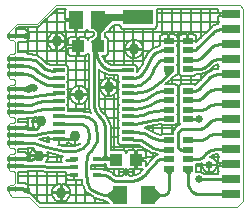
<source format=gtl>
G04 EAGLE Gerber X2 export*
%TF.Part,Single*%
%TF.FileFunction,Other,top copper*%
%TF.FilePolarity,Positive*%
%TF.GenerationSoftware,Autodesk,EAGLE,9.6.2*%
%TF.CreationDate,2020-07-07T11:12:48Z*%
G75*
%MOMM*%
%FSLAX34Y34*%
%LPD*%
%INtop copper*%
%AMOC8*
5,1,8,0,0,1.08239X$1,22.5*%
G01*
%ADD10C,0.000000*%
%ADD11R,0.900000X0.500000*%
%ADD12R,1.270000X1.524000*%
%ADD13R,1.350000X0.450000*%
%ADD14R,2.540000X1.270000*%
%ADD15R,1.300000X1.500000*%
%ADD16R,1.100000X1.000000*%
%ADD17R,0.990600X0.304800*%
%ADD18R,0.800000X0.350000*%
%ADD19R,1.600000X0.800000*%
%ADD20C,0.454000*%
%ADD21C,0.254000*%
%ADD22C,0.935000*%
%ADD23C,0.290000*%
%ADD24C,0.203200*%
%ADD25C,0.680000*%
%ADD26C,0.609600*%
%ADD27C,0.304800*%


D10*
X0Y-23000D02*
X3000Y-26000D01*
X17000Y-26000D01*
X39750Y136500D02*
X195500Y136500D01*
X39750Y136500D02*
X23750Y120500D01*
X7000Y120500D01*
X0Y113500D01*
X0Y107500D01*
X0Y94000D02*
X0Y75000D01*
X1000Y74000D01*
X4000Y74000D01*
X5000Y73000D01*
X5000Y70000D02*
X4000Y69000D01*
X1000Y69000D01*
X0Y68000D01*
X5000Y70000D02*
X5000Y73000D01*
X0Y68000D02*
X0Y42500D01*
X1000Y41500D01*
X4000Y41500D01*
X5000Y40500D01*
X5000Y37500D02*
X4000Y36500D01*
X1000Y36500D01*
X0Y35500D01*
X5000Y37500D02*
X5000Y40500D01*
X0Y-16500D02*
X0Y-23000D01*
X0Y-3000D02*
X0Y9500D01*
X0Y16500D02*
X0Y35500D01*
X0Y-3000D02*
X1000Y-4000D01*
X4000Y-4000D02*
X5000Y-5000D01*
X4000Y-4000D02*
X1000Y-4000D01*
X5000Y-5000D02*
X5000Y-14500D01*
X4000Y-15500D01*
X1000Y-15500D01*
X0Y-16500D01*
X1000Y106500D02*
X0Y107500D01*
X1000Y106500D02*
X4000Y106500D01*
X5000Y105500D01*
X5000Y96000D01*
X4000Y95000D01*
X1000Y95000D01*
X0Y94000D01*
X0Y16500D02*
X1000Y15500D01*
X4000Y15500D01*
X5000Y14500D01*
X5000Y11500D01*
X4000Y10500D01*
X1000Y10500D01*
X0Y9500D01*
X17000Y-26000D02*
X25500Y-34500D01*
X193500Y-34500D01*
X198500Y-29500D01*
X198500Y133500D01*
X195500Y136500D01*
D11*
X135500Y106000D03*
X135500Y98000D03*
X135500Y90000D03*
X135500Y82000D03*
X151500Y82000D03*
X151500Y90000D03*
X151500Y98000D03*
X151500Y106000D03*
X135500Y64000D03*
X135500Y56000D03*
X135500Y48000D03*
X135500Y40000D03*
X151500Y40000D03*
X151500Y48000D03*
X151500Y56000D03*
X151500Y64000D03*
X135500Y22000D03*
X135500Y14000D03*
X135500Y6000D03*
X135500Y-2000D03*
X151500Y-2000D03*
X151500Y6000D03*
X151500Y14000D03*
X151500Y22000D03*
D12*
X94000Y-24750D03*
X118000Y-24750D03*
D13*
X6500Y0D03*
X6500Y6500D03*
X6500Y19500D03*
X6500Y26000D03*
X6500Y32500D03*
X6500Y45500D03*
X6500Y52000D03*
X6500Y58500D03*
X6500Y65000D03*
X6500Y78000D03*
X6500Y84500D03*
X6500Y91000D03*
X6500Y-19500D03*
X6500Y110500D03*
D14*
X109650Y125940D03*
D15*
X76000Y124000D03*
X57000Y124000D03*
D16*
X75500Y101500D03*
X58500Y101500D03*
D17*
X42322Y81250D03*
X42322Y74750D03*
X42322Y68250D03*
X42322Y61750D03*
X42322Y55250D03*
X42322Y48750D03*
X42322Y42250D03*
X42322Y35750D03*
X42322Y29250D03*
X42322Y22750D03*
X100678Y22750D03*
X100678Y29250D03*
X100678Y35750D03*
X100678Y42250D03*
X100678Y48750D03*
X100678Y55250D03*
X100678Y61750D03*
X100678Y68250D03*
X100678Y74750D03*
X100678Y81250D03*
D18*
X74750Y-7250D03*
X74750Y5750D03*
X55750Y5750D03*
X55750Y-750D03*
X55750Y-7250D03*
D16*
X91000Y5500D03*
X108000Y5500D03*
D19*
X188100Y128500D03*
X188100Y115800D03*
X188100Y103100D03*
X188100Y90400D03*
X188100Y77700D03*
X188100Y65000D03*
X188100Y52300D03*
X188100Y39600D03*
X188100Y26900D03*
X188100Y14200D03*
X188100Y1500D03*
X188100Y-11200D03*
X188100Y-23900D03*
D20*
X6500Y0D03*
X0Y0D03*
D21*
X6500Y0D02*
X17500Y0D01*
X45500Y-750D02*
X55750Y-750D01*
X45500Y-750D02*
X17500Y0D01*
D20*
X0Y65000D03*
X6500Y65000D03*
X0Y110500D03*
D21*
X3270Y110500D02*
X6500Y110500D01*
D20*
X6500Y110500D03*
X0Y6500D03*
D22*
X44516Y-22388D03*
D20*
X0Y-19500D03*
X6500Y-19500D03*
X6500Y6500D03*
D21*
X0Y6500D01*
X3270Y6500D02*
X6500Y6500D01*
D20*
X6500Y32500D03*
X0Y32500D03*
D22*
X106018Y99112D03*
X59644Y60400D03*
X27644Y37888D03*
X56144Y25750D03*
D21*
X16232Y112512D02*
X11748Y110474D01*
X16232Y112512D02*
X16232Y108436D01*
X11748Y110474D01*
D23*
X143524Y112522D02*
X143524Y100076D01*
D21*
X16218Y-18086D02*
X12284Y-19874D01*
X16218Y-18086D02*
X16218Y-21662D01*
X12284Y-19874D01*
X12284Y6288D02*
X12834Y6538D01*
X16218Y8076D01*
X16218Y5000D01*
X12834Y6538D01*
D24*
X11988Y32446D02*
X16472Y34484D01*
X16472Y30408D01*
X11988Y32446D01*
D21*
X11734Y64958D02*
X19218Y68496D01*
X16218Y63500D01*
X16218Y63420D01*
X11734Y64958D01*
D22*
X40662Y105604D03*
X25644Y8750D03*
D21*
X42322Y22750D02*
X48901Y22750D01*
X49145Y22753D01*
X49388Y22762D01*
X49632Y22776D01*
X49875Y22796D01*
X50117Y22822D01*
X50359Y22854D01*
X50600Y22892D01*
X50839Y22935D01*
X51078Y22984D01*
X51316Y23039D01*
X51552Y23099D01*
X51787Y23165D01*
X52020Y23236D01*
X52251Y23313D01*
X52481Y23396D01*
X52708Y23484D01*
X52933Y23577D01*
X53156Y23676D01*
X53377Y23780D01*
X53595Y23889D01*
X53810Y24003D01*
X54022Y24122D01*
X54232Y24247D01*
X54439Y24376D01*
X54642Y24510D01*
X54843Y24649D01*
X55039Y24793D01*
X55233Y24941D01*
X55423Y25094D01*
X55609Y25252D01*
X55791Y25414D01*
X55969Y25580D01*
X56144Y25750D01*
D24*
X17742Y30908D02*
X16472Y30408D01*
D21*
X21000Y14500D02*
X25644Y8750D01*
X19000Y5000D01*
X24000Y31500D02*
X27644Y37888D01*
X22000Y41500D01*
X20500Y41000D01*
D25*
X21500Y66500D03*
D21*
X16218Y63500D01*
X21500Y66500D02*
X21500Y69000D01*
X19218Y68496D02*
X21500Y66500D01*
X21500Y69000D02*
X19218Y68496D01*
D22*
X84644Y66900D03*
D24*
X20741Y14724D02*
X19670Y13653D01*
X18828Y12393D01*
X18249Y10993D01*
X17953Y9508D01*
X17953Y9109D01*
X25285Y9109D01*
X25285Y8391D01*
X17953Y8391D01*
X17953Y7992D01*
X18249Y6507D01*
X18828Y5107D01*
X19410Y4236D01*
X19323Y4239D01*
X19275Y4286D01*
X17557Y4286D01*
X16266Y4321D01*
X16266Y6391D01*
X11786Y6391D01*
X11786Y6500D01*
X6609Y6500D01*
X6609Y6500D01*
X11786Y6500D01*
X11786Y6609D01*
X16266Y6609D01*
X16266Y9147D01*
X16060Y9914D01*
X15663Y10602D01*
X15102Y11163D01*
X14414Y11560D01*
X13647Y11766D01*
X8016Y11766D01*
X8016Y14214D01*
X8690Y14214D01*
X8710Y14234D01*
X14499Y14234D01*
X15479Y15214D01*
X20900Y15214D01*
X21302Y15099D01*
X20741Y14724D01*
X32460Y5107D02*
X31659Y3908D01*
X32460Y5107D02*
X33039Y6507D01*
X33335Y7992D01*
X33335Y8391D01*
X26003Y8391D01*
X26003Y9109D01*
X33335Y9109D01*
X33335Y9508D01*
X33039Y10993D01*
X32678Y11867D01*
X44269Y8669D01*
X44725Y8214D01*
X45653Y8214D01*
X44714Y7275D01*
X44714Y3725D01*
X44885Y3554D01*
X31659Y3908D01*
X49857Y16786D02*
X55390Y17155D01*
X49857Y16786D02*
X47080Y16786D01*
X41918Y18210D01*
X42322Y18210D01*
X42322Y22750D01*
X42322Y22750D01*
X42322Y18210D01*
X47672Y18210D01*
X48439Y18416D01*
X49127Y18813D01*
X49688Y19374D01*
X50085Y20062D01*
X50269Y20748D01*
X51241Y19776D01*
X52501Y18934D01*
X53901Y18355D01*
X55386Y18059D01*
X55785Y18059D01*
X55785Y25391D01*
X56503Y25391D01*
X56503Y18059D01*
X56902Y18059D01*
X58387Y18355D01*
X59787Y18934D01*
X60655Y19514D01*
X60144Y18852D01*
X55390Y17155D01*
X42322Y22750D02*
X34353Y22750D01*
X42322Y22750D02*
X42322Y22750D01*
X34353Y22750D01*
X34353Y20829D01*
X34507Y20254D01*
X33158Y20627D01*
X26074Y22651D01*
X30437Y23814D01*
X34353Y24526D01*
X34353Y22750D01*
X19953Y38646D02*
X20249Y40131D01*
X19953Y38646D02*
X19953Y38247D01*
X27285Y38247D01*
X27285Y37529D01*
X19953Y37529D01*
X19953Y37130D01*
X20249Y35645D01*
X20828Y34245D01*
X21670Y32985D01*
X22741Y31914D01*
X24001Y31072D01*
X24152Y31010D01*
X21438Y30286D01*
X16266Y30286D01*
X16266Y32391D01*
X11786Y32391D01*
X11786Y32500D01*
X6609Y32500D01*
X6609Y32500D01*
X11786Y32500D01*
X11786Y32609D01*
X16266Y32609D01*
X16266Y35147D01*
X16060Y35914D01*
X15663Y36602D01*
X15102Y37163D01*
X14414Y37560D01*
X13647Y37766D01*
X8016Y37766D01*
X8016Y40214D01*
X8690Y40214D01*
X8710Y40234D01*
X14499Y40234D01*
X15479Y41214D01*
X18549Y41214D01*
X19296Y40865D01*
X20255Y41214D01*
X20697Y41214D01*
X20249Y40131D01*
X65242Y-21720D02*
X65640Y-21965D01*
X65833Y-22390D01*
X67107Y-22867D01*
X72213Y-26010D01*
X72460Y-26505D01*
X73675Y-26910D01*
X74766Y-27581D01*
X75304Y-27452D01*
X78435Y-28496D01*
X78975Y-29036D01*
X80054Y-29036D01*
X81079Y-29377D01*
X81631Y-29101D01*
X84090Y-30986D01*
X84090Y-30986D01*
X84135Y-31021D01*
X84143Y-31076D01*
X84634Y-31435D01*
X84634Y-31484D01*
X26749Y-31484D01*
X18249Y-22984D01*
X16020Y-22984D01*
X16060Y-22914D01*
X16266Y-22147D01*
X16266Y-19609D01*
X11786Y-19609D01*
X11786Y-19500D01*
X6609Y-19500D01*
X6609Y-19500D01*
X11786Y-19500D01*
X11786Y-19391D01*
X16266Y-19391D01*
X16266Y-16853D01*
X16060Y-16086D01*
X15663Y-15398D01*
X15102Y-14837D01*
X14414Y-14440D01*
X13647Y-14234D01*
X8016Y-14234D01*
X8016Y-5286D01*
X8690Y-5286D01*
X8710Y-5266D01*
X14499Y-5266D01*
X15479Y-4286D01*
X17442Y-4286D01*
X43677Y-4989D01*
X43725Y-5036D01*
X45443Y-5036D01*
X47160Y-5082D01*
X47208Y-5036D01*
X48752Y-5036D01*
X48734Y-5103D01*
X48734Y-7250D01*
X55750Y-7250D01*
X55750Y-7250D01*
X48734Y-7250D01*
X48734Y-9397D01*
X48940Y-10164D01*
X49337Y-10852D01*
X49898Y-11413D01*
X50586Y-11810D01*
X51353Y-12016D01*
X55750Y-12016D01*
X55750Y-7250D01*
X55750Y-7250D01*
X55750Y-12016D01*
X60147Y-12016D01*
X60914Y-11810D01*
X61602Y-11413D01*
X61903Y-11112D01*
X62122Y-12968D01*
X61864Y-13657D01*
X62322Y-14665D01*
X62451Y-15764D01*
X63028Y-16220D01*
X64927Y-20396D01*
X65242Y-21720D01*
X44875Y-22029D02*
X44875Y-14697D01*
X44875Y-22029D02*
X44157Y-22029D01*
X44157Y-14697D01*
X43758Y-14697D01*
X42273Y-14993D01*
X40873Y-15572D01*
X39613Y-16414D01*
X38542Y-17485D01*
X37700Y-18745D01*
X37121Y-20145D01*
X36825Y-21630D01*
X36825Y-22029D01*
X44157Y-22029D01*
X44157Y-22747D01*
X36825Y-22747D01*
X36825Y-23146D01*
X37121Y-24631D01*
X37700Y-26031D01*
X38542Y-27291D01*
X39613Y-28362D01*
X40873Y-29204D01*
X42273Y-29783D01*
X43758Y-30079D01*
X44157Y-30079D01*
X44157Y-22747D01*
X44875Y-22747D01*
X44875Y-30079D01*
X45274Y-30079D01*
X46759Y-29783D01*
X48159Y-29204D01*
X49419Y-28362D01*
X50490Y-27291D01*
X51332Y-26031D01*
X51911Y-24631D01*
X52207Y-23146D01*
X52207Y-22747D01*
X44875Y-22747D01*
X44875Y-22029D01*
X52207Y-22029D01*
X52207Y-21630D01*
X51911Y-20145D01*
X51332Y-18745D01*
X50490Y-17485D01*
X49419Y-16414D01*
X48159Y-15572D01*
X46759Y-14993D01*
X45274Y-14697D01*
X44875Y-14697D01*
X42322Y22750D02*
X42322Y22750D01*
X49062Y22750D01*
X49062Y22750D01*
X42322Y22750D01*
X6500Y110609D02*
X6500Y115735D01*
X6500Y115735D01*
X6500Y110609D01*
X6500Y110609D01*
X135734Y105766D02*
X143016Y105766D01*
X135734Y105766D02*
X135734Y106234D01*
X143016Y106234D01*
X143016Y108897D01*
X142810Y109664D01*
X142413Y110352D01*
X141852Y110913D01*
X141164Y111310D01*
X140397Y111516D01*
X135734Y111516D01*
X135734Y106234D01*
X135266Y106234D01*
X135266Y111516D01*
X130603Y111516D01*
X129836Y111310D01*
X129148Y110913D01*
X128587Y110352D01*
X128190Y109664D01*
X127984Y108897D01*
X127984Y106234D01*
X135266Y106234D01*
X135266Y105766D01*
X127984Y105766D01*
X127984Y103103D01*
X128190Y102336D01*
X128218Y102286D01*
X128125Y102286D01*
X127570Y101731D01*
X123482Y100327D01*
X122418Y100325D01*
X121868Y99773D01*
X121131Y99519D01*
X120663Y98563D01*
X118934Y96827D01*
X118354Y96678D01*
X117724Y95612D01*
X116851Y94735D01*
X116852Y94136D01*
X115402Y91682D01*
X114867Y91384D01*
X114530Y90207D01*
X113907Y89152D01*
X114059Y88559D01*
X113540Y86742D01*
X110651Y82037D01*
X108647Y80167D01*
X108647Y84023D01*
X106880Y85790D01*
X94476Y85790D01*
X94222Y85536D01*
X88553Y85536D01*
X86892Y85700D01*
X83821Y86971D01*
X82531Y88031D01*
X81328Y89402D01*
X79508Y92554D01*
X79259Y93484D01*
X82249Y93484D01*
X84016Y95251D01*
X84016Y107749D01*
X82249Y109516D01*
X81270Y109516D01*
X81270Y112479D01*
X82275Y113484D01*
X83749Y113484D01*
X85516Y115251D01*
X85516Y116440D01*
X88952Y119876D01*
X93934Y119876D01*
X93934Y118341D01*
X95701Y116574D01*
X123599Y116574D01*
X125366Y118341D01*
X125366Y133484D01*
X177241Y133484D01*
X177084Y132897D01*
X177084Y129484D01*
X187116Y129484D01*
X187116Y127516D01*
X177084Y127516D01*
X177084Y124103D01*
X177290Y123336D01*
X177687Y122648D01*
X178185Y122150D01*
X177084Y121049D01*
X177084Y120086D01*
X176507Y120086D01*
X172270Y118331D01*
X171903Y117965D01*
X171903Y117965D01*
X159016Y105077D01*
X159016Y105766D01*
X151734Y105766D01*
X151734Y106234D01*
X159016Y106234D01*
X159016Y108897D01*
X158810Y109664D01*
X158413Y110352D01*
X157852Y110913D01*
X157164Y111310D01*
X156397Y111516D01*
X151734Y111516D01*
X151734Y106234D01*
X151266Y106234D01*
X151266Y111516D01*
X146603Y111516D01*
X145836Y111310D01*
X145148Y110913D01*
X144587Y110352D01*
X144190Y109664D01*
X143984Y108897D01*
X143984Y106234D01*
X151266Y106234D01*
X151266Y105766D01*
X143984Y105766D01*
X143984Y103103D01*
X144190Y102336D01*
X144329Y102094D01*
X143984Y101749D01*
X143984Y94251D01*
X144235Y94000D01*
X143984Y93749D01*
X143984Y86251D01*
X144235Y86000D01*
X143984Y85749D01*
X143984Y78251D01*
X145751Y76484D01*
X157249Y76484D01*
X158479Y77714D01*
X162912Y77714D01*
X169507Y80446D01*
X169507Y80446D01*
X170775Y81714D01*
X170775Y81714D01*
X173203Y84142D01*
X173286Y84225D01*
X174310Y85248D01*
X174757Y85616D01*
X175823Y86057D01*
X176400Y86114D01*
X177084Y86114D01*
X177084Y85151D01*
X178185Y84050D01*
X177084Y82949D01*
X177084Y81986D01*
X174167Y81986D01*
X169486Y80047D01*
X169486Y80047D01*
X168950Y79511D01*
X168950Y79511D01*
X158102Y68663D01*
X157249Y69516D01*
X145751Y69516D01*
X143984Y67749D01*
X143984Y60251D01*
X144235Y60000D01*
X143984Y59749D01*
X143984Y52251D01*
X144235Y52000D01*
X143984Y51749D01*
X143984Y44251D01*
X144235Y44000D01*
X143984Y43749D01*
X143984Y36251D01*
X144864Y35370D01*
X141400Y33370D01*
X141400Y33370D01*
X141400Y33370D01*
X138984Y29186D01*
X138984Y27516D01*
X129751Y27516D01*
X128622Y26387D01*
X125996Y27044D01*
X122540Y28772D01*
X117300Y31828D01*
X116635Y32619D01*
X115827Y32688D01*
X115279Y33008D01*
X124099Y34782D01*
X128706Y35529D01*
X129751Y34484D01*
X141249Y34484D01*
X143016Y36251D01*
X143016Y43749D01*
X142765Y44000D01*
X143016Y44251D01*
X143016Y51749D01*
X142765Y52000D01*
X143016Y52251D01*
X143016Y59749D01*
X142765Y60000D01*
X143016Y60251D01*
X143016Y67749D01*
X141249Y69516D01*
X132381Y69516D01*
X134915Y71543D01*
X135694Y71723D01*
X136248Y72609D01*
X137064Y73262D01*
X137152Y74056D01*
X137284Y74268D01*
X137745Y74484D01*
X137817Y74681D01*
X137998Y74785D01*
X138051Y74980D01*
X140227Y76484D01*
X141249Y76484D01*
X143016Y78251D01*
X143016Y81369D01*
X143035Y81476D01*
X143016Y81504D01*
X143016Y85749D01*
X142765Y86000D01*
X143016Y86251D01*
X143016Y93749D01*
X142765Y94000D01*
X143016Y94251D01*
X143016Y101749D01*
X142671Y102094D01*
X142810Y102336D01*
X143016Y103103D01*
X143016Y105766D01*
X106377Y106803D02*
X106377Y99471D01*
X105659Y99471D01*
X105659Y106803D01*
X105260Y106803D01*
X103775Y106507D01*
X102375Y105928D01*
X101115Y105086D01*
X100044Y104015D01*
X99202Y102755D01*
X98623Y101355D01*
X98327Y99870D01*
X98327Y99471D01*
X105659Y99471D01*
X105659Y98753D01*
X98327Y98753D01*
X98327Y98354D01*
X98623Y96869D01*
X99202Y95469D01*
X100044Y94209D01*
X101115Y93138D01*
X102375Y92296D01*
X103775Y91717D01*
X105260Y91421D01*
X105659Y91421D01*
X105659Y98753D01*
X106377Y98753D01*
X106377Y91421D01*
X106776Y91421D01*
X108261Y91717D01*
X109661Y92296D01*
X110921Y93138D01*
X111992Y94209D01*
X112834Y95469D01*
X113413Y96869D01*
X113709Y98354D01*
X113709Y98753D01*
X106377Y98753D01*
X106377Y99471D01*
X113709Y99471D01*
X113709Y99870D01*
X113413Y101355D01*
X112834Y102755D01*
X111992Y104015D01*
X110921Y105086D01*
X109661Y105928D01*
X108261Y106507D01*
X106776Y106803D01*
X106377Y106803D01*
X11786Y65000D02*
X11786Y64891D01*
X11786Y65000D02*
X6609Y65000D01*
X6609Y65000D01*
X11786Y65000D01*
X11786Y65109D01*
X15235Y65109D01*
X15278Y64891D01*
X11786Y64891D01*
X89916Y-7786D02*
X90832Y-8165D01*
X89916Y-7786D02*
X89531Y-7469D01*
X88275Y-6214D01*
X88275Y-6214D01*
X87367Y-5306D01*
X87367Y-5306D01*
X81714Y-2964D01*
X80479Y-2964D01*
X79999Y-2484D01*
X69786Y-2484D01*
X69786Y984D01*
X79999Y984D01*
X80414Y1399D01*
X80587Y1391D01*
X80667Y1464D01*
X82484Y1464D01*
X82484Y-749D01*
X84251Y-2516D01*
X93584Y-2516D01*
X93331Y-3129D01*
X93084Y-4368D01*
X93084Y-5000D01*
X99500Y-5000D01*
X99500Y-5000D01*
X93084Y-5000D01*
X93084Y-5632D01*
X93331Y-6871D01*
X93814Y-8039D01*
X93931Y-8214D01*
X91328Y-8214D01*
X90832Y-8165D01*
X105669Y-6871D02*
X105916Y-5632D01*
X105916Y-5000D01*
X99500Y-5000D01*
X99500Y-5000D01*
X105916Y-5000D01*
X105916Y-4368D01*
X105669Y-3129D01*
X105416Y-2516D01*
X106984Y-2516D01*
X106984Y4484D01*
X109016Y4484D01*
X109016Y-2516D01*
X113897Y-2516D01*
X113932Y-2507D01*
X112272Y-4166D01*
X110913Y-5358D01*
X107789Y-7162D01*
X105269Y-7837D01*
X105669Y-6871D01*
X109016Y4484D02*
X116516Y4484D01*
X109016Y4484D02*
X109016Y6516D01*
X116516Y6516D01*
X116516Y10897D01*
X116310Y11664D01*
X115913Y12352D01*
X115352Y12913D01*
X114664Y13310D01*
X113897Y13516D01*
X109016Y13516D01*
X109016Y6516D01*
X106984Y6516D01*
X106984Y13516D01*
X102103Y13516D01*
X101336Y13310D01*
X100648Y12913D01*
X100087Y12352D01*
X99690Y11664D01*
X99516Y11016D01*
X99516Y11749D01*
X97749Y13516D01*
X86286Y13516D01*
X86286Y34177D01*
X83035Y42027D01*
X83035Y42027D01*
X81286Y43775D01*
X81286Y43775D01*
X80717Y44344D01*
X80031Y45031D01*
X80031Y45031D01*
X78547Y46839D01*
X76765Y51140D01*
X76536Y53468D01*
X76536Y81903D01*
X77725Y80714D01*
X77725Y80714D01*
X78873Y79566D01*
X78873Y79566D01*
X85154Y76964D01*
X92709Y76964D01*
X92709Y71977D01*
X93186Y71500D01*
X92709Y71023D01*
X92709Y65477D01*
X93186Y65000D01*
X92709Y64523D01*
X92709Y58977D01*
X93186Y58500D01*
X92709Y58023D01*
X92709Y52477D01*
X93186Y52000D01*
X92709Y51523D01*
X92709Y45977D01*
X93186Y45500D01*
X92709Y45023D01*
X92709Y39477D01*
X93186Y39000D01*
X92709Y38523D01*
X92709Y32977D01*
X93186Y32500D01*
X92709Y32023D01*
X92709Y26477D01*
X93186Y26000D01*
X92709Y25523D01*
X92709Y19977D01*
X94476Y18210D01*
X106880Y18210D01*
X106932Y18262D01*
X108127Y18224D01*
X110479Y17888D01*
X113757Y15802D01*
X113773Y15738D01*
X115247Y14854D01*
X116697Y13931D01*
X116761Y13945D01*
X119376Y12376D01*
X119738Y11773D01*
X120842Y11497D01*
X121817Y10911D01*
X122500Y11082D01*
X126309Y10130D01*
X126474Y9965D01*
X123793Y8854D01*
X123792Y8854D01*
X123575Y8637D01*
X123365Y8619D01*
X122340Y7401D01*
X121214Y6275D01*
X121214Y6064D01*
X116516Y485D01*
X116516Y4484D01*
X85003Y67259D02*
X85003Y74591D01*
X85003Y67259D02*
X84285Y67259D01*
X84285Y74591D01*
X83886Y74591D01*
X82401Y74295D01*
X81001Y73716D01*
X79741Y72874D01*
X78670Y71803D01*
X77828Y70543D01*
X77249Y69143D01*
X76953Y67658D01*
X76953Y67259D01*
X84285Y67259D01*
X84285Y66541D01*
X76953Y66541D01*
X76953Y66142D01*
X77249Y64657D01*
X77828Y63257D01*
X78670Y61997D01*
X79741Y60926D01*
X81001Y60084D01*
X82401Y59505D01*
X83886Y59209D01*
X84285Y59209D01*
X84285Y66541D01*
X85003Y66541D01*
X85003Y59209D01*
X85402Y59209D01*
X86887Y59505D01*
X88287Y60084D01*
X89547Y60926D01*
X90618Y61997D01*
X91460Y63257D01*
X92039Y64657D01*
X92335Y66142D01*
X92335Y66541D01*
X85003Y66541D01*
X85003Y67259D01*
X92335Y67259D01*
X92335Y67658D01*
X92039Y69143D01*
X91460Y70543D01*
X90618Y71803D01*
X89547Y72874D01*
X88287Y73716D01*
X86887Y74295D01*
X85402Y74591D01*
X85003Y74591D01*
X69364Y45492D02*
X68619Y45598D01*
X68003Y46029D01*
X66929Y45840D01*
X63770Y46291D01*
X63525Y46536D01*
X62055Y46536D01*
X60599Y46744D01*
X60321Y46536D01*
X50291Y46536D01*
X50291Y51523D01*
X49814Y52000D01*
X50291Y52477D01*
X50291Y58023D01*
X49814Y58500D01*
X50291Y58977D01*
X50291Y64523D01*
X49814Y65000D01*
X50291Y65477D01*
X50291Y71023D01*
X49814Y71500D01*
X50291Y71977D01*
X50291Y77523D01*
X49814Y78000D01*
X50291Y78477D01*
X50291Y84023D01*
X48524Y85790D01*
X36120Y85790D01*
X35898Y85568D01*
X35609Y85641D01*
X33117Y86353D01*
X30553Y88632D01*
X30533Y88793D01*
X29242Y89797D01*
X28021Y90883D01*
X27858Y90873D01*
X25124Y93000D01*
X24456Y93936D01*
X23775Y94049D01*
X23230Y94473D01*
X22088Y94330D01*
X18059Y95002D01*
X17775Y95286D01*
X16355Y95286D01*
X15304Y95461D01*
X14499Y96266D01*
X8710Y96266D01*
X8690Y96286D01*
X8016Y96286D01*
X8016Y105234D01*
X13647Y105234D01*
X14414Y105440D01*
X15102Y105837D01*
X15663Y106398D01*
X16060Y107086D01*
X16266Y107853D01*
X16266Y110391D01*
X11786Y110391D01*
X11786Y110500D01*
X6609Y110500D01*
X6609Y110500D01*
X11786Y110500D01*
X11786Y110609D01*
X16266Y110609D01*
X16266Y113147D01*
X16060Y113914D01*
X15663Y114602D01*
X15102Y115163D01*
X14414Y115560D01*
X13647Y115766D01*
X7271Y115766D01*
X7196Y115786D01*
X6551Y115786D01*
X8249Y117484D01*
X24999Y117484D01*
X26766Y119251D01*
X40999Y133484D01*
X48219Y133484D01*
X48087Y133352D01*
X47690Y132664D01*
X47484Y131897D01*
X47484Y125016D01*
X55984Y125016D01*
X55984Y122984D01*
X47484Y122984D01*
X47484Y116103D01*
X47690Y115336D01*
X48087Y114648D01*
X48648Y114087D01*
X49336Y113690D01*
X50103Y113484D01*
X55984Y113484D01*
X55984Y122984D01*
X58016Y122984D01*
X58016Y113484D01*
X63897Y113484D01*
X64664Y113690D01*
X65352Y114087D01*
X65913Y114648D01*
X66310Y115336D01*
X66484Y115984D01*
X66484Y115251D01*
X68251Y113484D01*
X71185Y113484D01*
X72190Y112479D01*
X72190Y110881D01*
X70849Y109540D01*
X69619Y109540D01*
X69595Y109516D01*
X68751Y109516D01*
X66984Y107749D01*
X66984Y107016D01*
X66810Y107664D01*
X66413Y108352D01*
X65852Y108913D01*
X65164Y109310D01*
X64397Y109516D01*
X59516Y109516D01*
X59516Y102516D01*
X57484Y102516D01*
X57484Y109516D01*
X52603Y109516D01*
X51836Y109310D01*
X51148Y108913D01*
X50587Y108352D01*
X50190Y107664D01*
X49984Y106897D01*
X49984Y102516D01*
X57484Y102516D01*
X57484Y100484D01*
X49984Y100484D01*
X49984Y96103D01*
X50190Y95336D01*
X50587Y94648D01*
X51148Y94087D01*
X51836Y93690D01*
X52603Y93484D01*
X57484Y93484D01*
X57484Y100484D01*
X59516Y100484D01*
X59516Y93484D01*
X64397Y93484D01*
X65164Y93690D01*
X65852Y94087D01*
X66413Y94648D01*
X66810Y95336D01*
X66984Y95984D01*
X66984Y95251D01*
X67964Y94271D01*
X67964Y49389D01*
X67964Y49389D01*
X69843Y44852D01*
X69364Y45492D01*
X60003Y60759D02*
X60003Y68091D01*
X60003Y60759D02*
X59285Y60759D01*
X59285Y68091D01*
X58886Y68091D01*
X57401Y67795D01*
X56001Y67216D01*
X54741Y66374D01*
X53670Y65303D01*
X52828Y64043D01*
X52249Y62643D01*
X51953Y61158D01*
X51953Y60759D01*
X59285Y60759D01*
X59285Y60041D01*
X51953Y60041D01*
X51953Y59642D01*
X52249Y58157D01*
X52828Y56757D01*
X53670Y55497D01*
X54741Y54426D01*
X56001Y53584D01*
X57401Y53005D01*
X58886Y52709D01*
X59285Y52709D01*
X59285Y60041D01*
X60003Y60041D01*
X60003Y52709D01*
X60402Y52709D01*
X61887Y53005D01*
X63287Y53584D01*
X64547Y54426D01*
X65618Y55497D01*
X66460Y56757D01*
X67039Y58157D01*
X67335Y59642D01*
X67335Y60041D01*
X60003Y60041D01*
X60003Y60759D01*
X67335Y60759D01*
X67335Y61158D01*
X67039Y62643D01*
X66460Y64043D01*
X65618Y65303D01*
X64547Y66374D01*
X63287Y67216D01*
X61887Y67795D01*
X60402Y68091D01*
X60003Y68091D01*
X41021Y105963D02*
X41021Y113295D01*
X41021Y105963D02*
X40303Y105963D01*
X40303Y113295D01*
X39904Y113295D01*
X38419Y112999D01*
X37019Y112420D01*
X35759Y111578D01*
X34688Y110507D01*
X33846Y109247D01*
X33267Y107847D01*
X32971Y106362D01*
X32971Y105963D01*
X40303Y105963D01*
X40303Y105245D01*
X32971Y105245D01*
X32971Y104846D01*
X33267Y103361D01*
X33846Y101961D01*
X34688Y100701D01*
X35759Y99630D01*
X37019Y98788D01*
X38419Y98209D01*
X39904Y97913D01*
X40303Y97913D01*
X40303Y105245D01*
X41021Y105245D01*
X41021Y97913D01*
X41420Y97913D01*
X42905Y98209D01*
X44305Y98788D01*
X45565Y99630D01*
X46636Y100701D01*
X47478Y101961D01*
X48057Y103361D01*
X48353Y104846D01*
X48353Y105245D01*
X41021Y105245D01*
X41021Y105963D01*
X48353Y105963D01*
X48353Y106362D01*
X48057Y107847D01*
X47478Y109247D01*
X46636Y110507D01*
X45565Y111578D01*
X44305Y112420D01*
X42905Y112999D01*
X41420Y113295D01*
X41021Y113295D01*
X164530Y-5665D02*
X165741Y-6875D01*
X164530Y-5665D02*
X162172Y-4688D01*
X159620Y-4688D01*
X159016Y-4938D01*
X159016Y1714D01*
X161782Y1714D01*
X163757Y2532D01*
X163600Y1744D01*
X163600Y1112D01*
X170016Y1112D01*
X170016Y1112D01*
X163600Y1112D01*
X163600Y480D01*
X163847Y-759D01*
X164330Y-1927D01*
X165032Y-2978D01*
X165926Y-3872D01*
X166977Y-4574D01*
X168145Y-5057D01*
X169384Y-5304D01*
X170016Y-5304D01*
X170016Y1112D01*
X170016Y1112D01*
X170016Y-5304D01*
X170648Y-5304D01*
X171887Y-5057D01*
X173055Y-4574D01*
X174106Y-3872D01*
X175000Y-2978D01*
X175702Y-1927D01*
X176185Y-759D01*
X176432Y480D01*
X176432Y1112D01*
X170016Y1112D01*
X170016Y1112D01*
X176432Y1112D01*
X176432Y1744D01*
X176185Y2983D01*
X175702Y4151D01*
X175000Y5202D01*
X174106Y6096D01*
X173055Y6798D01*
X171887Y7281D01*
X170648Y7528D01*
X170089Y7528D01*
X170549Y7988D01*
X171545Y8805D01*
X173917Y9788D01*
X175200Y9914D01*
X177084Y9914D01*
X177084Y8951D01*
X178185Y7850D01*
X177687Y7352D01*
X177290Y6664D01*
X177084Y5897D01*
X177084Y2484D01*
X187116Y2484D01*
X187116Y516D01*
X177084Y516D01*
X177084Y-2897D01*
X177290Y-3664D01*
X177687Y-4352D01*
X178185Y-4850D01*
X177084Y-5951D01*
X177084Y-6914D01*
X169018Y-6914D01*
X165741Y-6875D01*
X37071Y-24384D02*
X19649Y-24384D01*
X44157Y-24384D02*
X44875Y-24384D01*
X51961Y-24384D02*
X69571Y-24384D01*
X39850Y-16256D02*
X16106Y-16256D01*
X44157Y-16256D02*
X44875Y-16256D01*
X49182Y-16256D02*
X63045Y-16256D01*
X48734Y-8128D02*
X8016Y-8128D01*
X55750Y-8128D02*
X55750Y-8128D01*
X90743Y-8128D02*
X93874Y-8128D01*
X82484Y0D02*
X69786Y0D01*
X106984Y0D02*
X109016Y0D01*
X159016Y0D02*
X163695Y0D01*
X170016Y0D02*
X170016Y0D01*
X176336Y0D02*
X177084Y0D01*
X17953Y8128D02*
X16266Y8128D01*
X33335Y8128D02*
X45567Y8128D01*
X106984Y8128D02*
X109016Y8128D01*
X116516Y8128D02*
X122952Y8128D01*
X170720Y8128D02*
X177907Y8128D01*
X113043Y16256D02*
X86286Y16256D01*
X34353Y24384D02*
X33571Y24384D01*
X55785Y24384D02*
X56503Y24384D01*
X86286Y24384D02*
X92709Y24384D01*
X22143Y32512D02*
X11786Y32512D01*
X86286Y32512D02*
X93174Y32512D01*
X116725Y32512D02*
X140904Y32512D01*
X20459Y40640D02*
X14905Y40640D01*
X83609Y40640D02*
X92709Y40640D01*
X143016Y40640D02*
X143984Y40640D01*
X68221Y48768D02*
X50291Y48768D01*
X77748Y48768D02*
X92709Y48768D01*
X143016Y48768D02*
X143984Y48768D01*
X52771Y56896D02*
X50291Y56896D01*
X59285Y56896D02*
X60003Y56896D01*
X66517Y56896D02*
X67964Y56896D01*
X76536Y56896D02*
X92709Y56896D01*
X143016Y56896D02*
X143984Y56896D01*
X15252Y65024D02*
X11786Y65024D01*
X49838Y65024D02*
X53484Y65024D01*
X59285Y65024D02*
X60003Y65024D01*
X65804Y65024D02*
X67964Y65024D01*
X76536Y65024D02*
X77175Y65024D01*
X84285Y65024D02*
X85003Y65024D01*
X92112Y65024D02*
X93162Y65024D01*
X143016Y65024D02*
X143984Y65024D01*
X67964Y73152D02*
X50291Y73152D01*
X76536Y73152D02*
X80157Y73152D01*
X84285Y73152D02*
X85003Y73152D01*
X89131Y73152D02*
X92709Y73152D01*
X136926Y73152D02*
X162591Y73152D01*
X67964Y81280D02*
X50291Y81280D01*
X76536Y81280D02*
X77159Y81280D01*
X108647Y81280D02*
X109840Y81280D01*
X143016Y81280D02*
X143984Y81280D01*
X170341Y81280D02*
X172462Y81280D01*
X67964Y89408D02*
X29742Y89408D01*
X81325Y89408D02*
X114058Y89408D01*
X143016Y89408D02*
X143984Y89408D01*
X49984Y97536D02*
X8016Y97536D01*
X57484Y97536D02*
X59516Y97536D01*
X84016Y97536D02*
X98490Y97536D01*
X105659Y97536D02*
X106377Y97536D01*
X113546Y97536D02*
X119640Y97536D01*
X143016Y97536D02*
X143984Y97536D01*
X40303Y105664D02*
X14803Y105664D01*
X41021Y105664D02*
X49984Y105664D01*
X57484Y105664D02*
X59516Y105664D01*
X84016Y105664D02*
X101980Y105664D01*
X105659Y105664D02*
X106377Y105664D01*
X110056Y105664D02*
X127984Y105664D01*
X143016Y105664D02*
X143984Y105664D01*
X159016Y105664D02*
X159603Y105664D01*
X6500Y113792D02*
X6500Y113792D01*
X16093Y113792D02*
X49158Y113792D01*
X55984Y113792D02*
X58016Y113792D01*
X64842Y113792D02*
X67943Y113792D01*
X84057Y113792D02*
X167731Y113792D01*
X47484Y121920D02*
X29435Y121920D01*
X55984Y121920D02*
X58016Y121920D01*
X125366Y121920D02*
X177955Y121920D01*
X47484Y130048D02*
X37563Y130048D01*
X125366Y130048D02*
X177084Y130048D01*
X8128Y-19500D02*
X8128Y-19500D01*
X8128Y-14234D02*
X8128Y-5286D01*
X8128Y6500D02*
X8128Y6500D01*
X8128Y11766D02*
X8128Y14214D01*
X8128Y32500D02*
X8128Y32500D01*
X8128Y37766D02*
X8128Y40214D01*
X8128Y65000D02*
X8128Y65000D01*
X8128Y96286D02*
X8128Y105234D01*
X8128Y110500D02*
X8128Y110500D01*
X8128Y115766D02*
X8128Y117363D01*
X16256Y-22184D02*
X16256Y-22984D01*
X16256Y-19609D02*
X16256Y-19391D01*
X16256Y-16816D02*
X16256Y-4286D01*
X16256Y6391D02*
X16256Y6609D01*
X16256Y9184D02*
X16256Y15214D01*
X16256Y32391D02*
X16256Y32609D01*
X16256Y35184D02*
X16256Y41214D01*
X16256Y95302D02*
X16256Y107816D01*
X16256Y110391D02*
X16256Y110609D01*
X16256Y113184D02*
X16256Y117484D01*
X24384Y-4472D02*
X24384Y-29119D01*
X24384Y8391D02*
X24384Y9109D01*
X24384Y37529D02*
X24384Y38247D01*
X24384Y93948D02*
X24384Y117484D01*
X32512Y-4690D02*
X32512Y-31484D01*
X32512Y3885D02*
X32512Y5233D01*
X32512Y8391D02*
X32512Y9109D01*
X32512Y20811D02*
X32512Y24191D01*
X32512Y86890D02*
X32512Y124997D01*
X40640Y-29048D02*
X40640Y-31484D01*
X40640Y-22747D02*
X40640Y-22029D01*
X40640Y-15728D02*
X40640Y-4907D01*
X40640Y3668D02*
X40640Y9670D01*
X40640Y22750D02*
X40640Y22750D01*
X40640Y85790D02*
X40640Y105245D01*
X40640Y105963D02*
X40640Y133125D01*
X48768Y-28797D02*
X48768Y-31484D01*
X48768Y-22747D02*
X48768Y-22029D01*
X48768Y-15979D02*
X48768Y-9524D01*
X48768Y-7250D02*
X48768Y-7250D01*
X48768Y16786D02*
X48768Y18605D01*
X48768Y22750D02*
X48768Y22750D01*
X48768Y85546D02*
X48768Y114017D01*
X48768Y122984D02*
X48768Y125016D01*
X56896Y-12016D02*
X56896Y-31484D01*
X56896Y17693D02*
X56896Y18059D01*
X56896Y46536D02*
X56896Y53214D01*
X56896Y60041D02*
X56896Y60759D01*
X56896Y67586D02*
X56896Y93484D01*
X56896Y100484D02*
X56896Y102516D01*
X56896Y109516D02*
X56896Y122984D01*
X65024Y-20805D02*
X65024Y-31484D01*
X65024Y46112D02*
X65024Y54903D01*
X65024Y60041D02*
X65024Y60759D01*
X65024Y65897D02*
X65024Y93652D01*
X65024Y109348D02*
X65024Y113897D01*
X73152Y-26735D02*
X73152Y-31484D01*
X73152Y-2484D02*
X73152Y984D01*
X81280Y-29277D02*
X81280Y-31484D01*
X81280Y-2964D02*
X81280Y1464D01*
X81280Y43781D02*
X81280Y59969D01*
X81280Y66541D02*
X81280Y67259D01*
X81280Y73831D02*
X81280Y78569D01*
X81280Y89485D02*
X81280Y93484D01*
X81280Y109516D02*
X81280Y112489D01*
X89408Y-2516D02*
X89408Y-7347D01*
X89408Y13516D02*
X89408Y60833D01*
X89408Y66541D02*
X89408Y67259D01*
X89408Y72967D02*
X89408Y76964D01*
X89408Y85536D02*
X89408Y119876D01*
X97536Y-5000D02*
X97536Y-5000D01*
X97536Y13516D02*
X97536Y18210D01*
X97536Y85790D02*
X97536Y116574D01*
X105664Y-6885D02*
X105664Y-7731D01*
X105664Y-5000D02*
X105664Y-5000D01*
X105664Y-3115D02*
X105664Y-2516D01*
X105664Y13516D02*
X105664Y18210D01*
X105664Y85790D02*
X105664Y98753D01*
X105664Y99471D02*
X105664Y116574D01*
X113792Y-2516D02*
X113792Y-2647D01*
X113792Y4484D02*
X113792Y6516D01*
X113792Y13516D02*
X113792Y15727D01*
X113792Y87623D02*
X113792Y116574D01*
X121920Y10937D02*
X121920Y6981D01*
X121920Y29134D02*
X121920Y34344D01*
X121920Y99825D02*
X121920Y116574D01*
X130048Y34484D02*
X130048Y27516D01*
X130048Y105766D02*
X130048Y106234D01*
X130048Y111367D02*
X130048Y133484D01*
X138176Y34484D02*
X138176Y27516D01*
X138176Y69516D02*
X138176Y75067D01*
X138176Y105766D02*
X138176Y106234D01*
X138176Y111516D02*
X138176Y133484D01*
X146304Y76484D02*
X146304Y69516D01*
X146304Y105766D02*
X146304Y106234D01*
X146304Y111436D02*
X146304Y133484D01*
X154432Y76484D02*
X154432Y69516D01*
X154432Y105766D02*
X154432Y106234D01*
X154432Y111516D02*
X154432Y133484D01*
X162560Y2036D02*
X162560Y-4848D01*
X162560Y73121D02*
X162560Y77714D01*
X162560Y108621D02*
X162560Y133484D01*
X170688Y-5296D02*
X170688Y-6914D01*
X170688Y1112D02*
X170688Y1112D01*
X170688Y7520D02*
X170688Y8102D01*
X170688Y80545D02*
X170688Y81627D01*
X170688Y116749D02*
X170688Y133484D01*
X178816Y2484D02*
X178816Y516D01*
X178816Y127516D02*
X178816Y129484D01*
X186944Y2484D02*
X186944Y516D01*
X186944Y127516D02*
X186944Y129484D01*
D25*
X170016Y1112D03*
X99500Y-5000D03*
D24*
X97016Y-2516D01*
X93500Y-2516D01*
X99500Y-5000D02*
X102000Y-2500D01*
X105000Y-2500D01*
X99500Y-5000D02*
X96286Y-8214D01*
X93500Y-8214D01*
X99500Y-5000D02*
X100000Y-5000D01*
X103138Y-8138D01*
X103472Y-8138D02*
X104662Y-8044D01*
X105351Y-7878D01*
X103472Y-8138D02*
X103138Y-8138D01*
D20*
X6500Y19500D03*
X0Y19500D03*
D21*
X6500Y19500D02*
X21500Y19500D01*
X32000Y16500D01*
X46500Y12500D01*
X50000Y12500D01*
X56271Y12918D01*
X62767Y15238D01*
X66833Y20500D01*
X68000Y25750D01*
X68000Y27375D01*
X66000Y33000D01*
X62250Y35500D01*
X42572Y35500D01*
X42322Y35750D01*
D20*
X6500Y26000D03*
X0Y26000D03*
D21*
X6500Y26000D02*
X22000Y26000D01*
X29500Y28000D01*
X35000Y29000D01*
X42322Y29250D01*
D20*
X6500Y45500D03*
X0Y45500D03*
D21*
X6500Y45500D02*
X19500Y45500D01*
X25000Y47500D01*
X30000Y48500D01*
X42322Y48750D01*
D20*
X6500Y52000D03*
X0Y52000D03*
D21*
X6500Y52000D02*
X19000Y52000D01*
X25000Y54000D01*
X30000Y55000D01*
X42322Y55250D01*
D20*
X6500Y58500D03*
X0Y58500D03*
D21*
X6500Y58500D02*
X19000Y58500D01*
X27000Y60000D01*
X35500Y61500D01*
X42322Y61750D01*
D20*
X6500Y84500D03*
X0Y84500D03*
D21*
X6500Y84500D02*
X16500Y84500D01*
X22000Y82500D01*
X25000Y80000D01*
X29000Y77000D01*
X34500Y75000D01*
X42322Y74750D01*
D20*
X6500Y78000D03*
X0Y78000D03*
D21*
X6500Y78000D02*
X15500Y78000D01*
X19500Y76500D01*
X23500Y73500D01*
X27500Y71000D01*
X32500Y69000D01*
X35500Y68500D01*
X42322Y68250D01*
D20*
X6500Y91000D03*
X0Y91000D03*
D21*
X6500Y91000D02*
X16000Y91000D01*
X22000Y90000D01*
X26500Y86500D01*
X31000Y82500D01*
X34500Y81500D01*
X36500Y81000D01*
X42322Y81250D01*
X87500Y-24750D02*
X94000Y-24750D01*
X87500Y-24750D02*
X83000Y-24750D01*
X80750Y-24750D01*
X65500Y-5000D02*
X65500Y2000D01*
X75000Y21214D02*
X75000Y26000D01*
X61750Y42250D02*
X42322Y42250D01*
X75500Y-23000D02*
X80750Y-24750D01*
X75500Y-23000D02*
X69000Y-19000D01*
X66500Y-13500D01*
X65500Y-5000D01*
X65500Y2000D02*
X66000Y8000D01*
X67500Y11000D01*
X70000Y13000D01*
X75000Y21214D01*
X67000Y41500D02*
X61750Y42250D01*
X67000Y41500D02*
X72000Y38000D01*
X74000Y34000D01*
X74272Y32551D01*
X75000Y26000D01*
X88128Y-20744D02*
X83000Y-24750D01*
X88128Y-20744D02*
X91000Y-18500D01*
X83000Y-24750D02*
X88107Y-28665D01*
X90500Y-30500D01*
X87500Y-24750D02*
X88128Y-20744D01*
X87500Y-24750D02*
X88107Y-28665D01*
X118000Y-24750D02*
X125500Y-24750D01*
X128250Y-24750D01*
X122000Y-19500D01*
X125500Y-24750D01*
X128250Y-24750D02*
X121500Y-30500D01*
X125500Y-24750D01*
X134000Y-23000D02*
X134097Y-22901D01*
X134191Y-22799D01*
X134282Y-22694D01*
X134370Y-22587D01*
X134456Y-22478D01*
X134538Y-22367D01*
X134618Y-22253D01*
X134694Y-22137D01*
X134767Y-22019D01*
X134837Y-21899D01*
X134903Y-21778D01*
X134967Y-21654D01*
X135027Y-21529D01*
X135083Y-21403D01*
X135136Y-21274D01*
X135186Y-21145D01*
X135232Y-21014D01*
X135274Y-20882D01*
X135313Y-20749D01*
X135349Y-20615D01*
X135380Y-20480D01*
X135408Y-20344D01*
X135433Y-20207D01*
X135453Y-20070D01*
X135470Y-19933D01*
X135483Y-19795D01*
X135492Y-19656D01*
X135498Y-19518D01*
X135500Y-19379D01*
X134000Y-23000D02*
X133892Y-23106D01*
X133781Y-23209D01*
X133667Y-23309D01*
X133551Y-23406D01*
X133432Y-23500D01*
X133311Y-23591D01*
X133188Y-23679D01*
X133063Y-23764D01*
X132936Y-23846D01*
X132806Y-23924D01*
X132675Y-23999D01*
X132541Y-24071D01*
X132406Y-24139D01*
X132270Y-24204D01*
X132131Y-24266D01*
X131991Y-24324D01*
X131850Y-24378D01*
X131708Y-24429D01*
X131564Y-24476D01*
X131419Y-24519D01*
X131273Y-24559D01*
X131126Y-24595D01*
X130978Y-24628D01*
X130829Y-24656D01*
X130680Y-24681D01*
X130530Y-24702D01*
X130379Y-24719D01*
X130229Y-24733D01*
X130078Y-24742D01*
X129926Y-24748D01*
X129775Y-24750D01*
X128250Y-24750D01*
X135500Y-7000D02*
X135500Y-2000D01*
X135500Y-7000D02*
X135500Y-19379D01*
X135500Y-7000D02*
X138500Y-2000D01*
X135500Y-7000D02*
X132500Y-2000D01*
X151500Y-2000D02*
X152636Y-2000D01*
X151500Y-2000D02*
X151500Y-6500D01*
X151500Y-12550D01*
X151503Y-12834D01*
X151514Y-13119D01*
X151530Y-13403D01*
X151554Y-13686D01*
X151585Y-13969D01*
X151622Y-14251D01*
X151665Y-14532D01*
X151716Y-14812D01*
X151773Y-15090D01*
X151837Y-15367D01*
X151907Y-15643D01*
X151984Y-15917D01*
X152067Y-16189D01*
X152157Y-16458D01*
X152253Y-16726D01*
X152356Y-16991D01*
X152465Y-17254D01*
X152580Y-17514D01*
X152701Y-17771D01*
X152828Y-18026D01*
X152962Y-18277D01*
X153101Y-18525D01*
X153246Y-18770D01*
X153397Y-19011D01*
X153554Y-19248D01*
X153716Y-19482D01*
X153884Y-19711D01*
X154057Y-19937D01*
X154235Y-20158D01*
X154419Y-20376D01*
X154608Y-20588D01*
X154801Y-20796D01*
X155000Y-21000D01*
X155169Y-21165D01*
X155341Y-21325D01*
X155517Y-21482D01*
X155697Y-21634D01*
X155881Y-21782D01*
X156068Y-21925D01*
X156258Y-22064D01*
X156451Y-22199D01*
X156648Y-22328D01*
X156848Y-22453D01*
X157050Y-22574D01*
X157256Y-22689D01*
X157464Y-22799D01*
X157675Y-22905D01*
X157888Y-23005D01*
X158103Y-23101D01*
X158321Y-23191D01*
X158541Y-23276D01*
X158763Y-23355D01*
X158986Y-23430D01*
X159212Y-23499D01*
X159438Y-23563D01*
X159667Y-23621D01*
X159896Y-23674D01*
X160127Y-23721D01*
X160359Y-23763D01*
X160592Y-23799D01*
X160826Y-23830D01*
X161060Y-23855D01*
X161295Y-23875D01*
X161530Y-23889D01*
X161765Y-23897D01*
X162001Y-23900D01*
X188100Y-23900D01*
X154500Y-2500D02*
X151500Y-6500D01*
X148500Y-2500D01*
X151500Y98000D02*
X156500Y98000D01*
X178800Y115800D02*
X188100Y115800D01*
X178800Y115800D02*
X178628Y115798D01*
X178455Y115792D01*
X178283Y115782D01*
X178112Y115767D01*
X177940Y115749D01*
X177769Y115726D01*
X177599Y115700D01*
X177429Y115669D01*
X177260Y115634D01*
X177092Y115596D01*
X176925Y115553D01*
X176759Y115507D01*
X176595Y115456D01*
X176431Y115402D01*
X176269Y115343D01*
X176108Y115281D01*
X175949Y115215D01*
X175791Y115145D01*
X175635Y115072D01*
X175481Y114995D01*
X175329Y114914D01*
X175179Y114830D01*
X175030Y114742D01*
X174884Y114650D01*
X174740Y114555D01*
X174599Y114457D01*
X174459Y114355D01*
X174323Y114250D01*
X174188Y114142D01*
X174057Y114031D01*
X173928Y113916D01*
X173802Y113799D01*
X173678Y113679D01*
X159060Y99061D02*
X158975Y98978D01*
X158887Y98899D01*
X158797Y98822D01*
X158704Y98748D01*
X158609Y98678D01*
X158512Y98610D01*
X158412Y98546D01*
X158310Y98485D01*
X158207Y98428D01*
X158102Y98373D01*
X157994Y98323D01*
X157886Y98276D01*
X157775Y98232D01*
X157664Y98192D01*
X157551Y98156D01*
X157437Y98123D01*
X157322Y98095D01*
X157206Y98070D01*
X157090Y98048D01*
X156973Y98031D01*
X156855Y98017D01*
X156737Y98008D01*
X156618Y98002D01*
X156500Y98000D01*
X159061Y99061D02*
X173679Y113679D01*
X178100Y103100D02*
X188100Y103100D01*
X158500Y90000D02*
X151500Y90000D01*
X171271Y100272D02*
X171436Y100432D01*
X171604Y100589D01*
X171776Y100741D01*
X171951Y100890D01*
X172130Y101034D01*
X172313Y101174D01*
X172498Y101309D01*
X172687Y101440D01*
X172879Y101567D01*
X173074Y101689D01*
X173271Y101806D01*
X173472Y101919D01*
X173675Y102026D01*
X173880Y102129D01*
X174088Y102227D01*
X174299Y102320D01*
X174511Y102408D01*
X174725Y102491D01*
X174941Y102569D01*
X175160Y102641D01*
X175379Y102709D01*
X175601Y102771D01*
X175823Y102828D01*
X176047Y102879D01*
X176272Y102925D01*
X176499Y102966D01*
X176726Y103002D01*
X176954Y103032D01*
X177182Y103056D01*
X177411Y103075D01*
X177640Y103089D01*
X177870Y103097D01*
X178100Y103100D01*
X162768Y91768D02*
X162659Y91661D01*
X162546Y91557D01*
X162432Y91456D01*
X162314Y91358D01*
X162195Y91263D01*
X162073Y91171D01*
X161948Y91082D01*
X161822Y90996D01*
X161693Y90914D01*
X161562Y90834D01*
X161429Y90758D01*
X161295Y90686D01*
X161158Y90617D01*
X161020Y90551D01*
X160880Y90489D01*
X160739Y90431D01*
X160596Y90376D01*
X160452Y90324D01*
X160307Y90277D01*
X160160Y90233D01*
X160013Y90193D01*
X159864Y90156D01*
X159715Y90124D01*
X159565Y90095D01*
X159414Y90070D01*
X159263Y90048D01*
X159111Y90031D01*
X158958Y90017D01*
X158806Y90008D01*
X158653Y90002D01*
X158500Y90000D01*
X162768Y91768D02*
X171272Y100272D01*
X176400Y90400D02*
X188100Y90400D01*
X176400Y90400D02*
X176228Y90398D01*
X176055Y90392D01*
X175883Y90382D01*
X175712Y90367D01*
X175540Y90349D01*
X175369Y90326D01*
X175199Y90300D01*
X175029Y90269D01*
X174860Y90234D01*
X174692Y90196D01*
X174525Y90153D01*
X174359Y90107D01*
X174195Y90056D01*
X174031Y90002D01*
X173869Y89943D01*
X173708Y89881D01*
X173549Y89815D01*
X173391Y89745D01*
X173235Y89672D01*
X173081Y89595D01*
X172929Y89514D01*
X172779Y89430D01*
X172630Y89342D01*
X172484Y89250D01*
X172340Y89155D01*
X172199Y89057D01*
X172059Y88955D01*
X171923Y88850D01*
X171788Y88742D01*
X171657Y88631D01*
X171528Y88516D01*
X171402Y88399D01*
X171278Y88279D01*
X171279Y88279D02*
X169000Y86000D01*
X168767Y85773D01*
X168530Y85551D01*
X168286Y85336D01*
X168038Y85126D01*
X167785Y84922D01*
X167527Y84724D01*
X167265Y84532D01*
X166998Y84347D01*
X166727Y84168D01*
X166451Y83996D01*
X166172Y83830D01*
X165888Y83671D01*
X165601Y83518D01*
X165310Y83373D01*
X165016Y83234D01*
X164719Y83103D01*
X164419Y82978D01*
X164116Y82861D01*
X163810Y82751D01*
X163501Y82648D01*
X163191Y82553D01*
X162878Y82465D01*
X162563Y82385D01*
X162246Y82312D01*
X161928Y82247D01*
X161608Y82189D01*
X161287Y82139D01*
X160964Y82097D01*
X160641Y82062D01*
X160317Y82035D01*
X159993Y82015D01*
X159668Y82004D01*
X159343Y82000D01*
X151500Y82000D01*
X176700Y77700D02*
X188100Y77700D01*
X157500Y64000D02*
X151500Y64000D01*
X170725Y75225D02*
X170869Y75366D01*
X171016Y75503D01*
X171166Y75636D01*
X171320Y75766D01*
X171477Y75892D01*
X171636Y76015D01*
X171799Y76133D01*
X171964Y76248D01*
X172132Y76359D01*
X172302Y76465D01*
X172475Y76568D01*
X172650Y76666D01*
X172828Y76761D01*
X173008Y76851D01*
X173190Y76936D01*
X173374Y77018D01*
X173559Y77095D01*
X173747Y77167D01*
X173936Y77235D01*
X174127Y77299D01*
X174319Y77358D01*
X174513Y77412D01*
X174708Y77462D01*
X174904Y77507D01*
X175101Y77547D01*
X175299Y77583D01*
X175497Y77614D01*
X175697Y77640D01*
X175897Y77662D01*
X176097Y77678D01*
X176298Y77690D01*
X176499Y77698D01*
X176700Y77700D01*
X160914Y65414D02*
X160817Y65320D01*
X160717Y65228D01*
X160615Y65139D01*
X160510Y65053D01*
X160403Y64970D01*
X160294Y64890D01*
X160182Y64814D01*
X160069Y64740D01*
X159953Y64670D01*
X159835Y64602D01*
X159716Y64539D01*
X159595Y64478D01*
X159472Y64421D01*
X159348Y64368D01*
X159222Y64317D01*
X159095Y64271D01*
X158966Y64228D01*
X158837Y64189D01*
X158706Y64153D01*
X158574Y64121D01*
X158442Y64093D01*
X158309Y64068D01*
X158175Y64047D01*
X158041Y64030D01*
X157906Y64017D01*
X157771Y64008D01*
X157635Y64002D01*
X157500Y64000D01*
X160914Y65414D02*
X170725Y75225D01*
X175000Y65000D02*
X188100Y65000D01*
X159000Y56000D02*
X151500Y56000D01*
X168171Y62172D02*
X168336Y62332D01*
X168504Y62489D01*
X168676Y62641D01*
X168851Y62790D01*
X169030Y62934D01*
X169213Y63074D01*
X169398Y63209D01*
X169587Y63340D01*
X169779Y63467D01*
X169974Y63589D01*
X170171Y63706D01*
X170372Y63819D01*
X170575Y63926D01*
X170780Y64029D01*
X170988Y64127D01*
X171199Y64220D01*
X171411Y64308D01*
X171625Y64391D01*
X171841Y64469D01*
X172060Y64541D01*
X172279Y64609D01*
X172501Y64671D01*
X172723Y64728D01*
X172947Y64779D01*
X173172Y64825D01*
X173399Y64866D01*
X173626Y64902D01*
X173854Y64932D01*
X174082Y64956D01*
X174311Y64975D01*
X174540Y64989D01*
X174770Y64997D01*
X175000Y65000D01*
X164122Y58121D02*
X163998Y58001D01*
X163872Y57884D01*
X163743Y57769D01*
X163612Y57658D01*
X163477Y57550D01*
X163341Y57445D01*
X163201Y57343D01*
X163060Y57245D01*
X162916Y57150D01*
X162770Y57058D01*
X162621Y56970D01*
X162471Y56886D01*
X162319Y56805D01*
X162165Y56728D01*
X162009Y56655D01*
X161851Y56585D01*
X161692Y56519D01*
X161531Y56457D01*
X161369Y56398D01*
X161205Y56344D01*
X161041Y56293D01*
X160875Y56247D01*
X160708Y56204D01*
X160540Y56166D01*
X160371Y56131D01*
X160201Y56100D01*
X160031Y56074D01*
X159860Y56051D01*
X159688Y56033D01*
X159517Y56018D01*
X159345Y56008D01*
X159172Y56002D01*
X159000Y56000D01*
X164121Y58121D02*
X168172Y62172D01*
X174760Y52300D02*
X174525Y52297D01*
X174291Y52288D01*
X174057Y52274D01*
X173823Y52254D01*
X173590Y52228D01*
X173357Y52197D01*
X173126Y52159D01*
X172895Y52116D01*
X172665Y52068D01*
X172437Y52014D01*
X172210Y51954D01*
X171985Y51888D01*
X171761Y51817D01*
X171539Y51741D01*
X171319Y51659D01*
X171102Y51572D01*
X170886Y51480D01*
X170673Y51382D01*
X170462Y51279D01*
X170253Y51171D01*
X170048Y51058D01*
X169845Y50940D01*
X169645Y50817D01*
X169449Y50689D01*
X169255Y50556D01*
X169065Y50419D01*
X168878Y50277D01*
X168695Y50130D01*
X168516Y49979D01*
X168340Y49823D01*
X168168Y49664D01*
X168000Y49500D01*
X167901Y49403D01*
X167799Y49309D01*
X167694Y49218D01*
X167587Y49130D01*
X167478Y49044D01*
X167367Y48962D01*
X167253Y48882D01*
X167137Y48806D01*
X167019Y48733D01*
X166899Y48663D01*
X166778Y48597D01*
X166654Y48533D01*
X166529Y48473D01*
X166403Y48417D01*
X166274Y48364D01*
X166145Y48314D01*
X166014Y48268D01*
X165882Y48226D01*
X165749Y48187D01*
X165615Y48151D01*
X165480Y48120D01*
X165344Y48092D01*
X165207Y48067D01*
X165070Y48047D01*
X164933Y48030D01*
X164795Y48017D01*
X164656Y48008D01*
X164518Y48002D01*
X164379Y48000D01*
X174760Y52300D02*
X188100Y52300D01*
X164379Y48000D02*
X151500Y48000D01*
X176100Y39600D02*
X188100Y39600D01*
X160500Y31500D02*
X148000Y31500D01*
X146500Y14000D02*
X151500Y14000D01*
X146500Y14000D02*
X146387Y14002D01*
X146275Y14008D01*
X146162Y14018D01*
X146050Y14031D01*
X145939Y14049D01*
X145828Y14071D01*
X145719Y14096D01*
X145610Y14125D01*
X145502Y14158D01*
X145395Y14195D01*
X145290Y14235D01*
X145186Y14279D01*
X145084Y14327D01*
X144984Y14378D01*
X144885Y14433D01*
X144788Y14491D01*
X144694Y14552D01*
X144601Y14617D01*
X144511Y14685D01*
X144424Y14756D01*
X144339Y14830D01*
X144256Y14907D01*
X144177Y14986D01*
X144100Y15069D01*
X144026Y15154D01*
X143955Y15241D01*
X143887Y15331D01*
X143822Y15424D01*
X143761Y15518D01*
X143703Y15615D01*
X143648Y15714D01*
X143597Y15814D01*
X143549Y15916D01*
X143505Y16020D01*
X143465Y16125D01*
X143428Y16232D01*
X143395Y16340D01*
X143366Y16449D01*
X143341Y16558D01*
X143319Y16669D01*
X143301Y16780D01*
X143288Y16892D01*
X143278Y17005D01*
X143272Y17117D01*
X143270Y17230D01*
X170125Y37125D02*
X170273Y37270D01*
X170425Y37411D01*
X170581Y37548D01*
X170739Y37682D01*
X170901Y37812D01*
X171066Y37937D01*
X171234Y38059D01*
X171405Y38176D01*
X171579Y38289D01*
X171756Y38398D01*
X171935Y38502D01*
X172117Y38602D01*
X172301Y38698D01*
X172487Y38789D01*
X172676Y38875D01*
X172866Y38957D01*
X173059Y39034D01*
X173253Y39106D01*
X173449Y39174D01*
X173647Y39236D01*
X173846Y39294D01*
X174047Y39347D01*
X174249Y39395D01*
X174451Y39438D01*
X174655Y39476D01*
X174860Y39509D01*
X175066Y39536D01*
X175272Y39559D01*
X175478Y39577D01*
X175685Y39590D01*
X175893Y39597D01*
X176100Y39600D01*
X167329Y34328D02*
X167164Y34168D01*
X166996Y34011D01*
X166824Y33859D01*
X166649Y33710D01*
X166470Y33566D01*
X166287Y33426D01*
X166102Y33291D01*
X165913Y33160D01*
X165721Y33033D01*
X165526Y32911D01*
X165329Y32794D01*
X165128Y32681D01*
X164925Y32574D01*
X164720Y32471D01*
X164512Y32373D01*
X164301Y32280D01*
X164089Y32192D01*
X163875Y32109D01*
X163659Y32031D01*
X163440Y31959D01*
X163221Y31891D01*
X162999Y31829D01*
X162777Y31772D01*
X162553Y31721D01*
X162328Y31675D01*
X162101Y31634D01*
X161874Y31598D01*
X161646Y31568D01*
X161418Y31544D01*
X161189Y31525D01*
X160960Y31511D01*
X160730Y31503D01*
X160500Y31500D01*
X167328Y34328D02*
X170125Y37125D01*
X148000Y31500D02*
X147865Y31498D01*
X147730Y31492D01*
X147595Y31483D01*
X147461Y31469D01*
X147327Y31452D01*
X147193Y31431D01*
X147061Y31406D01*
X146929Y31377D01*
X146798Y31345D01*
X146667Y31308D01*
X146538Y31268D01*
X146410Y31225D01*
X146284Y31178D01*
X146159Y31127D01*
X146035Y31073D01*
X145913Y31015D01*
X145793Y30953D01*
X145674Y30889D01*
X145557Y30821D01*
X145443Y30749D01*
X145330Y30674D01*
X145220Y30597D01*
X145112Y30516D01*
X145006Y30432D01*
X144903Y30345D01*
X144802Y30255D01*
X144703Y30162D01*
X144608Y30067D01*
X144515Y29968D01*
X144425Y29867D01*
X144338Y29764D01*
X144254Y29658D01*
X144173Y29550D01*
X144096Y29440D01*
X144021Y29327D01*
X143949Y29213D01*
X143881Y29096D01*
X143817Y28977D01*
X143755Y28857D01*
X143697Y28735D01*
X143643Y28611D01*
X143592Y28486D01*
X143545Y28360D01*
X143502Y28232D01*
X143462Y28103D01*
X143425Y27972D01*
X143393Y27841D01*
X143364Y27709D01*
X143339Y27577D01*
X143318Y27443D01*
X143301Y27309D01*
X143287Y27175D01*
X143278Y27040D01*
X143272Y26905D01*
X143270Y26770D01*
X143270Y17230D01*
X168500Y25000D02*
X168614Y25111D01*
X168731Y25220D01*
X168850Y25325D01*
X168972Y25428D01*
X169096Y25527D01*
X169223Y25623D01*
X169352Y25717D01*
X169483Y25807D01*
X169616Y25894D01*
X169752Y25977D01*
X169890Y26057D01*
X170029Y26134D01*
X170170Y26207D01*
X170313Y26277D01*
X170458Y26343D01*
X170605Y26406D01*
X170752Y26465D01*
X170902Y26521D01*
X171052Y26573D01*
X171204Y26621D01*
X171357Y26665D01*
X171511Y26706D01*
X171666Y26742D01*
X171821Y26775D01*
X171978Y26804D01*
X172135Y26830D01*
X172293Y26851D01*
X172451Y26869D01*
X172610Y26882D01*
X172769Y26892D01*
X172928Y26898D01*
X173087Y26900D01*
X168500Y25000D02*
X168325Y24830D01*
X168147Y24664D01*
X167965Y24502D01*
X167779Y24344D01*
X167589Y24191D01*
X167395Y24043D01*
X167199Y23899D01*
X166998Y23760D01*
X166795Y23626D01*
X166588Y23497D01*
X166378Y23372D01*
X166166Y23253D01*
X165951Y23139D01*
X165733Y23030D01*
X165512Y22926D01*
X165289Y22827D01*
X165064Y22734D01*
X164837Y22646D01*
X164607Y22563D01*
X164376Y22486D01*
X164143Y22415D01*
X163908Y22349D01*
X163672Y22289D01*
X163434Y22234D01*
X163195Y22185D01*
X162956Y22142D01*
X162715Y22104D01*
X162473Y22072D01*
X162231Y22046D01*
X161988Y22026D01*
X161744Y22012D01*
X161501Y22003D01*
X161257Y22000D01*
X173087Y26900D02*
X188100Y26900D01*
X161257Y22000D02*
X151500Y22000D01*
X151500Y6000D02*
X159479Y6000D01*
X175200Y14200D02*
X188100Y14200D01*
X164636Y8136D02*
X164508Y8011D01*
X164377Y7889D01*
X164243Y7771D01*
X164106Y7655D01*
X163966Y7544D01*
X163823Y7435D01*
X163678Y7330D01*
X163531Y7229D01*
X163381Y7131D01*
X163228Y7038D01*
X163074Y6947D01*
X162917Y6861D01*
X162758Y6779D01*
X162597Y6700D01*
X162434Y6626D01*
X162270Y6555D01*
X162104Y6489D01*
X161936Y6426D01*
X161767Y6368D01*
X161596Y6314D01*
X161424Y6264D01*
X161251Y6219D01*
X161077Y6177D01*
X160902Y6140D01*
X160726Y6107D01*
X160549Y6079D01*
X160372Y6055D01*
X160194Y6035D01*
X160016Y6020D01*
X159837Y6009D01*
X159658Y6002D01*
X159479Y6000D01*
X167518Y11018D02*
X167703Y11199D01*
X167892Y11375D01*
X168086Y11546D01*
X168283Y11713D01*
X168484Y11876D01*
X168689Y12033D01*
X168898Y12186D01*
X169111Y12333D01*
X169326Y12475D01*
X169546Y12613D01*
X169768Y12745D01*
X169993Y12871D01*
X170222Y12992D01*
X170453Y13108D01*
X170687Y13218D01*
X170923Y13323D01*
X171162Y13422D01*
X171403Y13515D01*
X171647Y13602D01*
X171892Y13684D01*
X172139Y13760D01*
X172388Y13830D01*
X172639Y13894D01*
X172891Y13952D01*
X173144Y14004D01*
X173398Y14050D01*
X173654Y14089D01*
X173910Y14123D01*
X174167Y14151D01*
X174425Y14172D01*
X174683Y14188D01*
X174941Y14197D01*
X175200Y14200D01*
X167518Y11018D02*
X164636Y8136D01*
X161585Y40000D02*
X151500Y40000D01*
X160896Y-11104D02*
X168992Y-11200D01*
D25*
X160896Y-11104D03*
X161585Y40000D03*
D21*
X168992Y-11200D02*
X188100Y-11200D01*
D26*
X109650Y125940D02*
X77940Y125940D01*
X76000Y124000D01*
X80500Y120000D02*
X86500Y126000D01*
D21*
X76500Y124000D02*
X76000Y124000D01*
X76500Y124000D02*
X80500Y120000D01*
X76000Y119950D02*
X76000Y124000D01*
X76730Y122238D02*
X76730Y114000D01*
X76730Y122238D02*
X76728Y122336D01*
X76722Y122434D01*
X76713Y122531D01*
X76699Y122628D01*
X76682Y122724D01*
X76661Y122820D01*
X76636Y122914D01*
X76608Y123008D01*
X76576Y123101D01*
X76540Y123192D01*
X76501Y123281D01*
X76458Y123369D01*
X76412Y123456D01*
X76363Y123540D01*
X76310Y123622D01*
X76254Y123703D01*
X76195Y123781D01*
X76133Y123856D01*
X76068Y123930D01*
X76000Y124000D01*
X75500Y101500D02*
X74161Y97890D01*
X74160Y97890D02*
X74165Y97456D01*
X74181Y97023D01*
X74206Y96589D01*
X74243Y96157D01*
X74289Y95726D01*
X74346Y95296D01*
X74412Y94867D01*
X74489Y94440D01*
X74577Y94015D01*
X74674Y93592D01*
X74781Y93172D01*
X74898Y92754D01*
X75026Y92339D01*
X75163Y91928D01*
X75309Y91519D01*
X75466Y91115D01*
X75632Y90714D01*
X75807Y90317D01*
X75992Y89925D01*
X76187Y89537D01*
X76390Y89153D01*
X76602Y88775D01*
X76824Y88402D01*
X77054Y88034D01*
X77293Y87672D01*
X77540Y87316D01*
X77796Y86965D01*
X78060Y86621D01*
X78332Y86283D01*
X78613Y85952D01*
X78901Y85627D01*
X79196Y85310D01*
X79499Y84999D01*
X79500Y85000D02*
X79725Y84780D01*
X79955Y84567D01*
X80190Y84358D01*
X80431Y84156D01*
X80676Y83960D01*
X80926Y83770D01*
X81181Y83585D01*
X81440Y83408D01*
X81703Y83236D01*
X81971Y83071D01*
X82242Y82913D01*
X82518Y82762D01*
X82797Y82617D01*
X83079Y82479D01*
X83365Y82348D01*
X83654Y82225D01*
X83945Y82108D01*
X84240Y81998D01*
X84537Y81896D01*
X84836Y81801D01*
X85138Y81714D01*
X85442Y81634D01*
X85748Y81561D01*
X86055Y81496D01*
X86364Y81438D01*
X86674Y81389D01*
X86986Y81346D01*
X87298Y81312D01*
X87611Y81285D01*
X87925Y81265D01*
X88239Y81254D01*
X88553Y81250D01*
X100678Y81250D01*
X76730Y114000D02*
X71000Y119730D01*
X71000Y120500D01*
X76730Y114000D02*
X80500Y117770D01*
X80500Y120000D01*
D27*
X76730Y114000D02*
X76730Y109000D01*
X76730Y102730D01*
X75500Y101500D01*
X72730Y105000D02*
X76730Y109000D01*
X72730Y105000D02*
X71500Y105000D01*
X75500Y101500D02*
X75500Y98500D01*
X72250Y97750D01*
D21*
X72250Y53468D01*
X74750Y5750D02*
X79000Y5750D01*
X82000Y5750D01*
X85500Y5750D01*
X90750Y5750D01*
X91000Y5500D01*
X82000Y29929D02*
X81995Y30348D01*
X81979Y30767D01*
X81954Y31185D01*
X81918Y31602D01*
X81872Y32019D01*
X81815Y32434D01*
X81749Y32847D01*
X81672Y33259D01*
X81585Y33669D01*
X81488Y34077D01*
X81382Y34482D01*
X81265Y34884D01*
X81138Y35284D01*
X81002Y35680D01*
X80856Y36073D01*
X80701Y36462D01*
X80535Y36847D01*
X80361Y37228D01*
X80177Y37604D01*
X79984Y37976D01*
X79782Y38343D01*
X79571Y38705D01*
X79351Y39062D01*
X79123Y39413D01*
X78886Y39759D01*
X78641Y40098D01*
X78387Y40432D01*
X78125Y40759D01*
X77855Y41079D01*
X77578Y41393D01*
X77293Y41700D01*
X77000Y42000D01*
X76999Y42000D02*
X76729Y42276D01*
X76466Y42559D01*
X76210Y42847D01*
X75961Y43142D01*
X75719Y43443D01*
X75484Y43749D01*
X75256Y44061D01*
X75036Y44378D01*
X74824Y44700D01*
X74619Y45027D01*
X74422Y45359D01*
X74233Y45696D01*
X74052Y46036D01*
X73879Y46382D01*
X73715Y46731D01*
X73558Y47084D01*
X73411Y47440D01*
X73272Y47800D01*
X73141Y48164D01*
X73019Y48530D01*
X72906Y48899D01*
X72802Y49270D01*
X72706Y49644D01*
X72620Y50021D01*
X72542Y50399D01*
X72474Y50779D01*
X72414Y51160D01*
X72364Y51543D01*
X72322Y51926D01*
X72290Y52311D01*
X72267Y52696D01*
X72254Y53082D01*
X72249Y53468D01*
X82000Y8500D02*
X82000Y5750D01*
X82000Y8500D02*
X82000Y29929D01*
X82000Y8500D02*
X79000Y5750D01*
X82000Y8500D02*
X85500Y5750D01*
X128500Y14000D02*
X135500Y14000D01*
X128500Y14000D02*
X122500Y15500D01*
X117500Y18500D01*
X112000Y22000D01*
X108500Y22500D01*
X100678Y22750D01*
X100678Y74750D02*
X106750Y74750D01*
X129900Y98000D02*
X135500Y98000D01*
X111000Y76500D02*
X106750Y74750D01*
X111000Y76500D02*
X114000Y79300D01*
X117500Y85000D01*
X118500Y88500D01*
X121141Y92969D01*
X124202Y96043D01*
X129900Y98000D01*
X105671Y68250D02*
X100678Y68250D01*
X129000Y90000D02*
X135500Y90000D01*
X111000Y69000D02*
X105671Y68250D01*
X111000Y69000D02*
X115000Y71000D01*
X118500Y74500D01*
X121500Y78500D01*
X127000Y89000D02*
X129000Y90000D01*
X123500Y83500D02*
X121500Y78500D01*
X123500Y83500D02*
X127000Y89000D01*
X105591Y61750D02*
X100678Y61750D01*
X135500Y79500D02*
X135500Y82000D01*
X135500Y79500D02*
X134320Y77612D01*
X133000Y75500D01*
X128000Y71500D01*
X121000Y66500D01*
X116000Y64000D01*
X112000Y62500D01*
X105591Y61750D01*
X134320Y77612D02*
X135500Y82000D01*
X138500Y80500D02*
X134320Y77612D01*
X132500Y81500D01*
X105512Y55250D02*
X100678Y55250D01*
X105512Y55250D02*
X110500Y55500D01*
X116000Y57000D01*
X121500Y60000D01*
X126000Y63000D01*
X130000Y64000D01*
X135500Y64000D01*
X105932Y48750D02*
X100678Y48750D01*
X105932Y48750D02*
X112500Y49500D01*
X120000Y52000D01*
X124000Y54500D01*
X128500Y56000D01*
X135500Y56000D01*
X105853Y42250D02*
X100678Y42250D01*
X105853Y42250D02*
X113500Y43500D01*
X119000Y45500D01*
X130500Y48000D01*
X135500Y48000D01*
X105750Y29250D02*
X100678Y29250D01*
X105750Y29250D02*
X114500Y28500D01*
X120500Y25000D01*
X124500Y23000D01*
X128500Y22000D01*
X135500Y22000D01*
X107178Y35750D02*
X100678Y35750D01*
X129500Y40000D02*
X135500Y40000D01*
X123333Y39000D02*
X107178Y35750D01*
X123333Y39000D02*
X129500Y40000D01*
X129121Y6000D02*
X135500Y6000D01*
X129121Y6000D02*
X128982Y5998D01*
X128844Y5992D01*
X128705Y5983D01*
X128567Y5970D01*
X128430Y5953D01*
X128293Y5933D01*
X128156Y5908D01*
X128020Y5880D01*
X127885Y5849D01*
X127751Y5813D01*
X127618Y5774D01*
X127486Y5732D01*
X127355Y5686D01*
X127226Y5636D01*
X127097Y5583D01*
X126971Y5527D01*
X126846Y5467D01*
X126722Y5403D01*
X126601Y5337D01*
X126481Y5267D01*
X126363Y5194D01*
X126247Y5118D01*
X126133Y5038D01*
X126022Y4956D01*
X125913Y4870D01*
X125806Y4782D01*
X125701Y4691D01*
X125599Y4597D01*
X125500Y4500D01*
X117500Y-5000D01*
X78654Y-7250D02*
X74750Y-7250D01*
X78654Y-7250D02*
X78918Y-7253D01*
X79182Y-7263D01*
X79446Y-7278D01*
X79709Y-7300D01*
X79971Y-7328D01*
X80233Y-7363D01*
X80494Y-7404D01*
X80754Y-7451D01*
X81013Y-7504D01*
X81270Y-7563D01*
X81526Y-7628D01*
X81780Y-7699D01*
X82033Y-7777D01*
X82283Y-7860D01*
X82532Y-7950D01*
X82778Y-8045D01*
X83022Y-8146D01*
X83263Y-8253D01*
X83502Y-8365D01*
X83738Y-8483D01*
X83972Y-8607D01*
X84202Y-8737D01*
X84429Y-8871D01*
X84653Y-9011D01*
X84873Y-9157D01*
X85090Y-9307D01*
X85304Y-9463D01*
X85513Y-9624D01*
X85719Y-9790D01*
X85920Y-9960D01*
X86118Y-10136D01*
X86311Y-10315D01*
X86500Y-10500D01*
X86620Y-10617D01*
X86743Y-10731D01*
X86868Y-10842D01*
X86996Y-10950D01*
X87127Y-11055D01*
X87261Y-11156D01*
X87396Y-11254D01*
X87535Y-11349D01*
X87675Y-11441D01*
X87818Y-11529D01*
X87962Y-11613D01*
X88109Y-11694D01*
X88258Y-11771D01*
X88409Y-11844D01*
X88561Y-11914D01*
X88715Y-11980D01*
X88871Y-12042D01*
X89028Y-12101D01*
X89186Y-12155D01*
X89346Y-12206D01*
X89507Y-12253D01*
X89669Y-12295D01*
X89832Y-12334D01*
X89996Y-12369D01*
X90161Y-12399D01*
X90326Y-12426D01*
X90492Y-12449D01*
X90659Y-12467D01*
X90826Y-12481D01*
X90993Y-12492D01*
X91160Y-12498D01*
X91328Y-12500D01*
X102500Y-12500D01*
X102931Y-12495D01*
X103362Y-12479D01*
X103792Y-12454D01*
X104221Y-12418D01*
X104650Y-12372D01*
X105077Y-12316D01*
X105503Y-12249D01*
X105927Y-12173D01*
X106349Y-12086D01*
X106769Y-11990D01*
X107186Y-11883D01*
X107601Y-11767D01*
X108013Y-11640D01*
X108422Y-11504D01*
X108828Y-11358D01*
X109230Y-11203D01*
X109628Y-11038D01*
X110022Y-10864D01*
X110412Y-10680D01*
X110797Y-10487D01*
X111178Y-10285D01*
X111554Y-10074D01*
X111924Y-9854D01*
X112289Y-9626D01*
X112649Y-9388D01*
X113003Y-9143D01*
X113351Y-8888D01*
X113693Y-8626D01*
X114029Y-8356D01*
X114358Y-8077D01*
X114680Y-7791D01*
X114995Y-7498D01*
X115304Y-7197D01*
X115303Y-7197D02*
X117500Y-5000D01*
X56500Y5500D02*
X49000Y5500D01*
M02*

</source>
